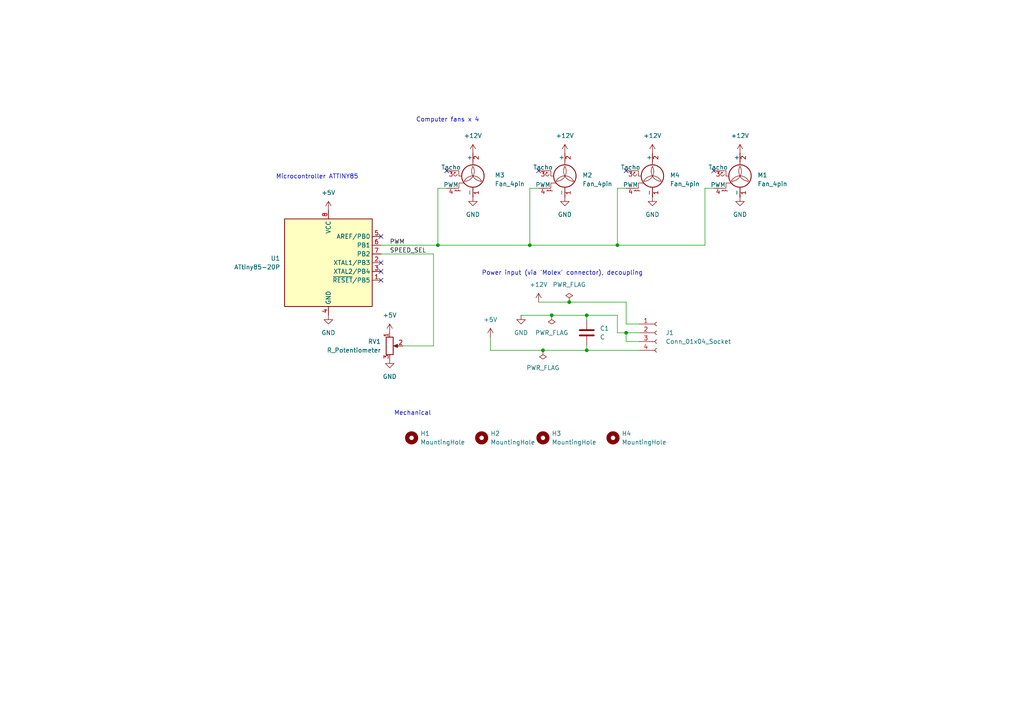
<source format=kicad_sch>
(kicad_sch (version 20230121) (generator eeschema)
  (paper "A4")
  (lib_symbols
    (symbol "Connector:Conn_01x04_Socket" (pin_names (offset 1.016) hide)
      (property "Reference" "J" (at 0 5.08 0))
      (property "Value" "Conn_01x04_Socket" (at 0 -7.62 0))
      (symbol "Conn_01x04_Socket_1_1"
        (arc (start 0 -4.572) (mid -0.5058 -5.08) (end 0 -5.588) (stroke (width 0.1524)))
        (arc (start 0 -2.032) (mid -0.5058 -2.54) (end 0 -3.048) (stroke (width 0.1524)))
        (polyline (pts (xy -1.27 -5.08) (xy -0.508 -5.08)) (stroke (width 0.1524)))
        (polyline (pts (xy -1.27 -2.54) (xy -0.508 -2.54)) (stroke (width 0.1524)))
        (polyline (pts (xy -1.27 0) (xy -0.508 0)) (stroke (width 0.1524)))
        (polyline (pts (xy -1.27 2.54) (xy -0.508 2.54)) (stroke (width 0.1524)))
        (arc (start 0 0.508) (mid -0.5058 0) (end 0 -0.508) (stroke (width 0.1524)))
        (arc (start 0 3.048) (mid -0.5058 2.54) (end 0 2.032) (stroke (width 0.1524)))
        (pin passive line (at -5.08 2.54 0) (length 3.81) (name "Pin_1") (number "1"))
        (pin passive line (at -5.08 0 0) (length 3.81) (name "Pin_2") (number "2"))
        (pin passive line (at -5.08 -2.54 0) (length 3.81) (name "Pin_3") (number "3"))
        (pin passive line (at -5.08 -5.08 0) (length 3.81) (name "Pin_4") (number "4"))
      )
    )
    (symbol "Device:C" (pin_numbers hide) (pin_names (offset 0.254))
      (property "Reference" "C" (at 0.635 2.54 0))
      (property "Value" "C" (at 0.635 -2.54 0))
      (symbol "C_0_1"
        (polyline (pts (xy -2.032 -0.762) (xy 2.032 -0.762)) (stroke (width 0.508)))
        (polyline (pts (xy -2.032 0.762) (xy 2.032 0.762)) (stroke (width 0.508)))
      )
      (symbol "C_1_1"
        (pin passive line (at 0 3.81 270) (length 2.794) (name "~") (number "1"))
        (pin passive line (at 0 -3.81 90) (length 2.794) (name "~") (number "2"))
      )
    )
    (symbol "Device:R_Potentiometer" (pin_names (offset 1.016) hide)
      (property "Reference" "RV" (at -4.445 0 90))
      (property "Value" "R_Potentiometer" (at -2.54 0 90))
      (symbol "R_Potentiometer_0_1"
        (polyline (pts (xy 2.54 0) (xy 1.524 0)))
        (polyline (pts (xy 1.143 0) (xy 2.286 0.508) (xy 2.286 -0.508) (xy 1.143 0)) (fill (type outline)))
        (rectangle (start 1.016 2.54) (end -1.016 -2.54) (stroke (width 0.254)))
      )
      (symbol "R_Potentiometer_1_1"
        (pin passive line (at 0 3.81 270) (length 1.27) (name "1") (number "1"))
        (pin passive line (at 3.81 0 180) (length 1.27) (name "2") (number "2"))
        (pin passive line (at 0 -3.81 90) (length 1.27) (name "3") (number "3"))
      )
    )
    (symbol "MCU_Microchip_ATtiny:ATtiny85-20P"
      (property "Reference" "U" (at -12.7 13.97 0))
      (property "Value" "ATtiny85-20P" (at 2.54 -13.97 0))
      (symbol "ATtiny85-20P_0_1"
        (rectangle (start -12.7 -12.7) (end 12.7 12.7) (stroke (width 0.254)) (fill (type background)))
      )
      (symbol "ATtiny85-20P_1_1"
        (pin bidirectional line (at 15.24 -5.08 180) (length 2.54) (name "~{RESET}/PB5") (number "1"))
        (pin bidirectional line (at 15.24 0 180) (length 2.54) (name "XTAL1/PB3") (number "2"))
        (pin bidirectional line (at 15.24 -2.54 180) (length 2.54) (name "XTAL2/PB4") (number "3"))
        (pin power_in line (at 0 -15.24 90) (length 2.54) (name "GND") (number "4"))
        (pin bidirectional line (at 15.24 7.62 180) (length 2.54) (name "AREF/PB0") (number "5"))
        (pin bidirectional line (at 15.24 5.08 180) (length 2.54) (name "PB1") (number "6"))
        (pin bidirectional line (at 15.24 2.54 180) (length 2.54) (name "PB2") (number "7"))
        (pin power_in line (at 0 15.24 270) (length 2.54) (name "VCC") (number "8"))
      )
    )
    (symbol "Mechanical:MountingHole" (pin_names (offset 1.016))
      (property "Reference" "H" (at 0 5.08 0))
      (property "Value" "MountingHole" (at 0 3.175 0))
      (symbol "MountingHole_0_1"
        (circle (center 0 0) (radius 1.27) (stroke (width 1.27)))
      )
    )
    (symbol "Motor:Fan_4pin" (pin_names (offset 0))
      (property "Reference" "M" (at 2.54 5.08 0))
      (property "Value" "Fan_4pin" (at 2.54 -2.54 0))
      (symbol "Fan_4pin_0_0"
        (arc (start -5.588 1.524) (mid -5.08 1.0182) (end -4.572 1.524))
        (arc (start -5.08 2.032) (mid -5.4392 1.8832) (end -5.588 1.524))
        (polyline (pts (xy -5.08 2.032) (xy -5.334 2.159)))
        (polyline (pts (xy -5.08 2.032) (xy -5.207 1.778)))
        (polyline (pts (xy -4.064 2.54) (xy -4.064 1.016) (xy -3.302 1.016)))
      )
      (symbol "Fan_4pin_0_1"
        (arc (start -2.54 -0.508) (mid 0.0028 0.9121) (end 0 3.81))
        (polyline (pts (xy -4.064 2.54) (xy -5.08 2.54)))
        (polyline (pts (xy 0 -5.08) (xy 0 -4.572)))
        (polyline (pts (xy 0 -2.2352) (xy 0 -2.6416)))
        (polyline (pts (xy 0 4.2672) (xy 0 4.6228)))
        (polyline (pts (xy 0 4.572) (xy 0 5.08)))
        (polyline (pts (xy -2.54 -1.016) (xy -4.064 -1.016) (xy -4.064 -2.54) (xy -5.08 -2.54)))
        (polyline (pts (xy -5.334 -3.302) (xy -5.08 -3.302) (xy -5.08 -3.048) (xy -4.826 -3.048) (xy -4.826 -3.302) (xy -4.318 -3.302) (xy -4.318 -3.048) (xy -4.064 -3.048) (xy -4.064 -3.302) (xy -3.556 -3.302)))
        (circle (center 0 1.016) (radius 3.2512) (stroke (width 0.254)))
        (arc (start 0 3.81) (mid 0.053 0.921) (end 2.54 -0.508))
        (arc (start 2.54 -0.508) (mid 0 1.0618) (end -2.54 -0.508))
      )
      (symbol "Fan_4pin_1_1"
        (pin passive line (at 0 -5.08 90) (length 2.54) (name "-") (number "1"))
        (pin passive line (at 0 7.62 270) (length 2.54) (name "+") (number "2"))
        (pin passive line (at -7.62 2.54 0) (length 2.54) (name "Tacho") (number "3"))
        (pin input line (at -7.62 -2.54 0) (length 2.54) (name "PWM") (number "4"))
      )
    )
    (symbol "power:+12V" (power) (pin_names (offset 0))
      (property "Value" "+12V" (at 0 3.556 0))
      (symbol "+12V_0_1"
        (polyline (pts (xy -0.762 1.27) (xy 0 2.54)))
        (polyline (pts (xy 0 0) (xy 0 2.54)))
        (polyline (pts (xy 0 2.54) (xy 0.762 1.27)))
      )
      (symbol "+12V_1_1"
        (pin power_in line (at 0 0 90) (length 0) hide (name "+12V") (number "1"))
      )
    )
    (symbol "power:+5V" (power) (pin_names (offset 0))
      (property "Value" "+5V" (at 0 3.556 0))
      (symbol "+5V_0_1"
        (polyline (pts (xy -0.762 1.27) (xy 0 2.54)))
        (polyline (pts (xy 0 0) (xy 0 2.54)))
        (polyline (pts (xy 0 2.54) (xy 0.762 1.27)))
      )
      (symbol "+5V_1_1"
        (pin power_in line (at 0 0 90) (length 0) hide (name "+5V") (number "1"))
      )
    )
    (symbol "power:GND" (power) (pin_names (offset 0))
      (property "Value" "GND" (at 0 -3.81 0))
      (symbol "GND_0_1"
        (polyline (pts (xy 0 0) (xy 0 -1.27) (xy 1.27 -1.27) (xy 0 -2.54) (xy -1.27 -1.27) (xy 0 -1.27)))
      )
      (symbol "GND_1_1"
        (pin power_in line (at 0 0 270) (length 0) hide (name "GND") (number "1"))
      )
    )
    (symbol "power:PWR_FLAG" (power) (pin_numbers hide) (pin_names (offset 0) hide)
      (property "Value" "PWR_FLAG" (at 0 3.81 0))
      (symbol "PWR_FLAG_0_0"
        (pin power_out line (at 0 0 90) (length 0) (name "pwr") (number "1"))
      )
      (symbol "PWR_FLAG_0_1"
        (polyline (pts (xy 0 0) (xy 0 1.27) (xy -1.016 1.905) (xy 0 2.54) (xy 1.016 1.905) (xy 0 1.27)))
      )
    )
  )
  (junction (at 153.67 71.12))
  (junction (at 179.07 71.12))
  (junction (at 127 71.12))
  (junction (at 170.18 101.6))
  (junction (at 170.18 91.44))
  (junction (at 165.1 87.63))
  (junction (at 160.02 91.44))
  (junction (at 181.61 96.52))
  (junction (at 157.48 101.6))
  (no_connect (at 110.49 76.2))
  (no_connect (at 110.49 78.74))
  (no_connect (at 129.54 49.53))
  (no_connect (at 207.01 49.53))
  (no_connect (at 156.21 49.53))
  (no_connect (at 110.49 68.58))
  (no_connect (at 181.61 49.53))
  (no_connect (at 110.49 81.28))
  (wire (pts (xy 153.67 54.61) (xy 156.21 54.61)))
  (wire (pts (xy 181.61 87.63) (xy 181.61 93.98)))
  (wire (pts (xy 156.21 87.63) (xy 165.1 87.63)))
  (wire (pts (xy 181.61 93.98) (xy 185.42 93.98)))
  (wire (pts (xy 179.07 54.61) (xy 179.07 71.12)))
  (wire (pts (xy 127 54.61) (xy 129.54 54.61)))
  (wire (pts (xy 181.61 96.52) (xy 179.07 96.52)))
  (wire (pts (xy 153.67 71.12) (xy 179.07 71.12)))
  (wire (pts (xy 157.48 101.6) (xy 170.18 101.6)))
  (wire (pts (xy 127 71.12) (xy 153.67 71.12)))
  (wire (pts (xy 142.24 101.6) (xy 157.48 101.6)))
  (wire (pts (xy 207.01 54.61) (xy 204.47 54.61)))
  (wire (pts (xy 170.18 100.33) (xy 170.18 101.6)))
  (wire (pts (xy 151.13 91.44) (xy 160.02 91.44)))
  (wire (pts (xy 179.07 91.44) (xy 179.07 96.52)))
  (wire (pts (xy 165.1 87.63) (xy 181.61 87.63)))
  (wire (pts (xy 170.18 91.44) (xy 170.18 92.71)))
  (wire (pts (xy 142.24 97.79) (xy 142.24 101.6)))
  (wire (pts (xy 110.49 71.12) (xy 127 71.12)))
  (wire (pts (xy 125.73 100.33) (xy 116.84 100.33)))
  (wire (pts (xy 181.61 96.52) (xy 181.61 99.06)))
  (wire (pts (xy 204.47 54.61) (xy 204.47 71.12)))
  (wire (pts (xy 125.73 73.66) (xy 125.73 100.33)))
  (wire (pts (xy 181.61 96.52) (xy 185.42 96.52)))
  (wire (pts (xy 179.07 71.12) (xy 204.47 71.12)))
  (wire (pts (xy 181.61 99.06) (xy 185.42 99.06)))
  (wire (pts (xy 110.49 73.66) (xy 125.73 73.66)))
  (wire (pts (xy 179.07 54.61) (xy 181.61 54.61)))
  (wire (pts (xy 153.67 54.61) (xy 153.67 71.12)))
  (wire (pts (xy 127 54.61) (xy 127 71.12)))
  (wire (pts (xy 170.18 91.44) (xy 179.07 91.44)))
  (wire (pts (xy 170.18 101.6) (xy 185.42 101.6)))
  (wire (pts (xy 160.02 91.44) (xy 170.18 91.44)))
  (text "Mechanical" (at 114.3 120.65 0) (effects (font (size 1.27 1.27)) (justify left bottom)))
  (text "Microcontroller ATTINY85" (at 80.01 52.07 0) (effects (font (size 1.27 1.27)) (justify left bottom)))
  (text "Computer fans x 4" (at 120.65 35.56 0) (effects (font (size 1.27 1.27)) (justify left bottom)))
  (text "Power input (via 'Molex' connector), decoupling" (at 139.7 80.01 0) (effects (font (size 1.27 1.27)) (justify left bottom)))
  (label "SPEED_SEL" (at 113.03 73.66 0))
  (label "PWM" (at 113.03 71.12 0))
  (symbol (lib_id "Motor:Fan_4pin") (at 163.83 52.07 0) (unit 1)
    (property "Reference" "M2" (at 168.91 50.8 0) (effects (justify left)))
    (property "Value" "Fan_4pin" (at 168.91 53.34 0) (effects (justify left)))
    (property "Footprint" "Connector:FanPinHeader_1x04_P2.54mm_Vertical" (effects hide))
    (property "Datasheet" "http://www.formfactors.org/developer%5Cspecs%5Crev1_2_public.pdf" (effects hide))
  )
  (symbol (lib_id "power:PWR_FLAG") (at 165.1 87.63 0) (unit 1)
    (property "Reference" "#FLG01" (effects hide))
    (property "Value" "PWR_FLAG" (at 165.1 82.55 0))
  )
  (symbol (lib_id "power:GND") (at 137.16 57.15 0) (unit 1)
    (property "Reference" "#PWR07" (effects hide))
    (property "Value" "GND" (at 137.16 62.23 0))
  )
  (symbol (lib_id "power:PWR_FLAG") (at 157.48 101.6 180) (unit 1)
    (property "Reference" "#FLG03" (effects hide))
    (property "Value" "PWR_FLAG" (at 157.48 106.68 0))
  )
  (symbol (lib_id "Motor:Fan_4pin") (at 137.16 52.07 0) (unit 1)
    (property "Reference" "M3" (at 143.51 50.8 0) (effects (justify left)))
    (property "Value" "Fan_4pin" (at 143.51 53.34 0) (effects (justify left)))
    (property "Footprint" "Connector:FanPinHeader_1x04_P2.54mm_Vertical" (effects hide))
    (property "Datasheet" "http://www.formfactors.org/developer%5Cspecs%5Crev1_2_public.pdf" (effects hide))
  )
  (symbol (lib_id "MCU_Microchip_ATtiny:ATtiny85-20P") (at 95.25 76.2 0) (unit 1)
    (property "Reference" "U1" (at 81.28 74.93 0) (effects (justify right)))
    (property "Value" "ATtiny85-20P" (at 81.28 77.47 0) (effects (justify right)))
    (property "Footprint" "Package_DIP:DIP-8_W7.62mm" (effects hide))
    (property "Datasheet" "http://ww1.microchip.com/downloads/en/DeviceDoc/atmel-2586-avr-8-bit-microcontroller-attiny25-attiny45-attiny85_datasheet.pdf" (effects hide))
  )
  (symbol (lib_id "power:GND") (at 163.83 57.15 0) (unit 1)
    (property "Reference" "#PWR06" (effects hide))
    (property "Value" "GND" (at 163.83 62.23 0))
  )
  (symbol (lib_id "Mechanical:MountingHole") (at 157.48 127 180) (unit 1)
    (property "Reference" "H3" (at 160.02 125.73 0) (effects (justify right)))
    (property "Value" "MountingHole" (at 160.02 128.27 0) (effects (justify right)))
    (property "Footprint" "MountingHole:MountingHole_3.5mm" (effects hide))
  )
  (symbol (lib_id "Mechanical:MountingHole") (at 119.38 127 180) (unit 1)
    (property "Reference" "H1" (at 121.92 125.73 0) (effects (justify right)))
    (property "Value" "MountingHole" (at 121.92 128.27 0) (effects (justify right)))
    (property "Footprint" "MountingHole:MountingHole_3.5mm" (effects hide))
  )
  (symbol (lib_id "power:+12V") (at 156.21 87.63 0) (unit 1)
    (property "Reference" "#PWR03" (effects hide))
    (property "Value" "+12V" (at 156.21 82.55 0))
  )
  (symbol (lib_id "power:GND") (at 95.25 91.44 0) (unit 1)
    (property "Reference" "#PWR013" (effects hide))
    (property "Value" "GND" (at 95.25 96.52 0))
  )
  (symbol (lib_id "power:+5V") (at 95.25 60.96 0) (unit 1)
    (property "Reference" "#PWR012" (effects hide))
    (property "Value" "+5V" (at 95.25 55.88 0))
  )
  (symbol (lib_id "Device:R_Potentiometer") (at 113.03 100.33 0) (unit 1)
    (property "Reference" "RV1" (at 110.49 99.06 0) (effects (justify right)))
    (property "Value" "R_Potentiometer" (at 110.49 101.6 0) (effects (justify right)))
    (property "Footprint" "Connector_PinHeader_2.54mm:PinHeader_1x03_P2.54mm_Vertical" (effects hide))
  )
  (symbol (lib_id "Mechanical:MountingHole") (at 139.7 127 180) (unit 1)
    (property "Reference" "H2" (at 142.24 125.73 0) (effects (justify right)))
    (property "Value" "MountingHole" (at 142.24 128.27 0) (effects (justify right)))
    (property "Footprint" "MountingHole:MountingHole_3.5mm" (effects hide))
  )
  (symbol (lib_id "power:GND") (at 113.03 104.14 0) (unit 1)
    (property "Reference" "#PWR014" (effects hide))
    (property "Value" "GND" (at 113.03 109.22 0))
  )
  (symbol (lib_id "power:GND") (at 189.23 57.15 0) (unit 1)
    (property "Reference" "#PWR05" (effects hide))
    (property "Value" "GND" (at 189.23 62.23 0))
  )
  (symbol (lib_id "power:+5V") (at 113.03 96.52 0) (unit 1)
    (property "Reference" "#PWR015" (effects hide))
    (property "Value" "+5V" (at 113.03 91.44 0))
  )
  (symbol (lib_id "power:GND") (at 151.13 91.44 0) (unit 1)
    (property "Reference" "#PWR01" (effects hide))
    (property "Value" "GND" (at 151.13 96.52 0))
  )
  (symbol (lib_id "power:+12V") (at 214.63 44.45 0) (unit 1)
    (property "Reference" "#PWR011" (effects hide))
    (property "Value" "+12V" (at 214.63 39.37 0))
  )
  (symbol (lib_id "Mechanical:MountingHole") (at 177.8 127 180) (unit 1)
    (property "Reference" "H4" (at 180.34 125.73 0) (effects (justify right)))
    (property "Value" "MountingHole" (at 180.34 128.27 0) (effects (justify right)))
    (property "Footprint" "MountingHole:MountingHole_3.5mm" (effects hide))
  )
  (symbol (lib_id "power:PWR_FLAG") (at 160.02 91.44 180) (unit 1)
    (property "Reference" "#FLG02" (effects hide))
    (property "Value" "PWR_FLAG" (at 160.02 96.52 0))
  )
  (symbol (lib_id "Motor:Fan_4pin") (at 189.23 52.07 0) (unit 1)
    (property "Reference" "M4" (at 194.31 50.8 0) (effects (justify left)))
    (property "Value" "Fan_4pin" (at 194.31 53.34 0) (effects (justify left)))
    (property "Footprint" "Connector:FanPinHeader_1x04_P2.54mm_Vertical" (effects hide))
    (property "Datasheet" "http://www.formfactors.org/developer%5Cspecs%5Crev1_2_public.pdf" (effects hide))
  )
  (symbol (lib_id "power:+5V") (at 142.24 97.79 0) (unit 1)
    (property "Reference" "#PWR02" (effects hide))
    (property "Value" "+5V" (at 142.24 92.71 0))
  )
  (symbol (lib_id "power:+12V") (at 163.83 44.45 0) (unit 1)
    (property "Reference" "#PWR09" (effects hide))
    (property "Value" "+12V" (at 163.83 39.37 0))
  )
  (symbol (lib_id "Motor:Fan_4pin") (at 214.63 52.07 0) (unit 1)
    (property "Reference" "M1" (at 219.71 50.8 0) (effects (justify left)))
    (property "Value" "Fan_4pin" (at 219.71 53.34 0) (effects (justify left)))
    (property "Footprint" "Connector:FanPinHeader_1x04_P2.54mm_Vertical" (effects hide))
    (property "Datasheet" "http://www.formfactors.org/developer%5Cspecs%5Crev1_2_public.pdf" (effects hide))
  )
  (symbol (lib_id "Connector:Conn_01x04_Socket") (at 190.5 96.52 0) (unit 1)
    (property "Reference" "J1" (at 193.04 96.52 0) (effects (justify left)))
    (property "Value" "Conn_01x04_Socket" (at 193.04 99.06 0) (effects (justify left)))
    (property "Footprint" "project:PC_Molex_Power" (effects hide))
  )
  (symbol (lib_id "Device:C") (at 170.18 96.52 0) (unit 1)
    (property "Reference" "C1" (at 173.99 95.25 0) (effects (justify left)))
    (property "Value" "C" (at 173.99 97.79 0) (effects (justify left)))
    (property "Footprint" "Capacitor_THT:C_Disc_D3.0mm_W2.0mm_P2.50mm" (effects hide))
  )
  (symbol (lib_id "power:GND") (at 214.63 57.15 0) (unit 1)
    (property "Reference" "#PWR04" (effects hide))
    (property "Value" "GND" (at 214.63 62.23 0))
  )
  (symbol (lib_id "power:+12V") (at 189.23 44.45 0) (unit 1)
    (property "Reference" "#PWR010" (effects hide))
    (property "Value" "+12V" (at 189.23 39.37 0))
  )
  (symbol (lib_id "power:+12V") (at 137.16 44.45 0) (unit 1)
    (property "Reference" "#PWR08" (effects hide))
    (property "Value" "+12V" (at 137.16 39.37 0))
  )
)
</source>
